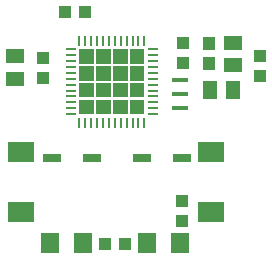
<source format=gbr>
G04 EAGLE Gerber RS-274X export*
G75*
%MOMM*%
%FSLAX34Y34*%
%LPD*%
%INSolderpaste Bottom*%
%IPPOS*%
%AMOC8*
5,1,8,0,0,1.08239X$1,22.5*%
G01*
%ADD10R,1.000000X1.100000*%
%ADD11R,1.500000X1.300000*%
%ADD12R,1.300000X1.500000*%
%ADD13R,1.100000X1.000000*%
%ADD14R,1.399997X0.400000*%
%ADD15R,0.812800X0.254000*%
%ADD16R,0.254000X0.812800*%
%ADD17R,2.200000X1.800000*%
%ADD18R,1.600000X1.803000*%
%ADD19R,1.600000X0.800000*%

G36*
X328948Y360062D02*
X328948Y360062D01*
X328950Y360062D01*
X328993Y360081D01*
X329037Y360100D01*
X329037Y360102D01*
X329039Y360103D01*
X329072Y360188D01*
X329072Y372412D01*
X329071Y372414D01*
X329072Y372416D01*
X329052Y372459D01*
X329034Y372502D01*
X329032Y372503D01*
X329031Y372505D01*
X328946Y372538D01*
X316722Y372538D01*
X316720Y372537D01*
X316718Y372538D01*
X316675Y372518D01*
X316631Y372500D01*
X316631Y372498D01*
X316629Y372497D01*
X316596Y372412D01*
X316596Y360188D01*
X316597Y360186D01*
X316596Y360184D01*
X316616Y360141D01*
X316634Y360097D01*
X316636Y360096D01*
X316637Y360094D01*
X316722Y360062D01*
X328946Y360062D01*
X328948Y360062D01*
G37*
G36*
X357396Y360062D02*
X357396Y360062D01*
X357398Y360062D01*
X357441Y360081D01*
X357485Y360100D01*
X357485Y360102D01*
X357487Y360103D01*
X357520Y360188D01*
X357520Y372412D01*
X357519Y372414D01*
X357520Y372416D01*
X357500Y372459D01*
X357482Y372502D01*
X357480Y372503D01*
X357479Y372505D01*
X357394Y372538D01*
X345170Y372538D01*
X345168Y372537D01*
X345166Y372538D01*
X345123Y372518D01*
X345079Y372500D01*
X345079Y372498D01*
X345077Y372497D01*
X345044Y372412D01*
X345044Y360188D01*
X345045Y360186D01*
X345044Y360184D01*
X345064Y360141D01*
X345082Y360097D01*
X345084Y360096D01*
X345085Y360094D01*
X345170Y360062D01*
X357394Y360062D01*
X357396Y360062D01*
G37*
G36*
X343172Y360062D02*
X343172Y360062D01*
X343174Y360062D01*
X343217Y360081D01*
X343261Y360100D01*
X343261Y360102D01*
X343263Y360103D01*
X343296Y360188D01*
X343296Y372412D01*
X343295Y372414D01*
X343296Y372416D01*
X343276Y372459D01*
X343258Y372502D01*
X343256Y372503D01*
X343255Y372505D01*
X343170Y372538D01*
X330946Y372538D01*
X330944Y372537D01*
X330942Y372538D01*
X330899Y372518D01*
X330855Y372500D01*
X330855Y372498D01*
X330853Y372497D01*
X330820Y372412D01*
X330820Y360188D01*
X330821Y360186D01*
X330820Y360184D01*
X330840Y360141D01*
X330858Y360097D01*
X330860Y360096D01*
X330861Y360094D01*
X330946Y360062D01*
X343170Y360062D01*
X343172Y360062D01*
G37*
G36*
X371620Y360062D02*
X371620Y360062D01*
X371622Y360062D01*
X371665Y360081D01*
X371709Y360100D01*
X371709Y360102D01*
X371711Y360103D01*
X371744Y360188D01*
X371744Y372412D01*
X371743Y372414D01*
X371744Y372416D01*
X371724Y372459D01*
X371706Y372502D01*
X371704Y372503D01*
X371703Y372505D01*
X371618Y372538D01*
X359394Y372538D01*
X359392Y372537D01*
X359390Y372538D01*
X359347Y372518D01*
X359303Y372500D01*
X359303Y372498D01*
X359301Y372497D01*
X359268Y372412D01*
X359268Y360188D01*
X359269Y360186D01*
X359268Y360184D01*
X359288Y360141D01*
X359306Y360097D01*
X359308Y360096D01*
X359309Y360094D01*
X359394Y360062D01*
X371618Y360062D01*
X371620Y360062D01*
G37*
G36*
X357396Y345838D02*
X357396Y345838D01*
X357398Y345838D01*
X357441Y345857D01*
X357485Y345876D01*
X357485Y345878D01*
X357487Y345879D01*
X357520Y345964D01*
X357520Y358188D01*
X357519Y358190D01*
X357520Y358192D01*
X357500Y358235D01*
X357482Y358278D01*
X357480Y358279D01*
X357479Y358281D01*
X357394Y358314D01*
X345170Y358314D01*
X345168Y358313D01*
X345166Y358314D01*
X345123Y358294D01*
X345079Y358276D01*
X345079Y358274D01*
X345077Y358273D01*
X345044Y358188D01*
X345044Y345964D01*
X345045Y345962D01*
X345044Y345960D01*
X345064Y345917D01*
X345082Y345873D01*
X345084Y345872D01*
X345085Y345870D01*
X345170Y345838D01*
X357394Y345838D01*
X357396Y345838D01*
G37*
G36*
X328948Y345838D02*
X328948Y345838D01*
X328950Y345838D01*
X328993Y345857D01*
X329037Y345876D01*
X329037Y345878D01*
X329039Y345879D01*
X329072Y345964D01*
X329072Y358188D01*
X329071Y358190D01*
X329072Y358192D01*
X329052Y358235D01*
X329034Y358278D01*
X329032Y358279D01*
X329031Y358281D01*
X328946Y358314D01*
X316722Y358314D01*
X316720Y358313D01*
X316718Y358314D01*
X316675Y358294D01*
X316631Y358276D01*
X316631Y358274D01*
X316629Y358273D01*
X316596Y358188D01*
X316596Y345964D01*
X316597Y345962D01*
X316596Y345960D01*
X316616Y345917D01*
X316634Y345873D01*
X316636Y345872D01*
X316637Y345870D01*
X316722Y345838D01*
X328946Y345838D01*
X328948Y345838D01*
G37*
G36*
X343172Y345838D02*
X343172Y345838D01*
X343174Y345838D01*
X343217Y345857D01*
X343261Y345876D01*
X343261Y345878D01*
X343263Y345879D01*
X343296Y345964D01*
X343296Y358188D01*
X343295Y358190D01*
X343296Y358192D01*
X343276Y358235D01*
X343258Y358278D01*
X343256Y358279D01*
X343255Y358281D01*
X343170Y358314D01*
X330946Y358314D01*
X330944Y358313D01*
X330942Y358314D01*
X330899Y358294D01*
X330855Y358276D01*
X330855Y358274D01*
X330853Y358273D01*
X330820Y358188D01*
X330820Y345964D01*
X330821Y345962D01*
X330820Y345960D01*
X330840Y345917D01*
X330858Y345873D01*
X330860Y345872D01*
X330861Y345870D01*
X330946Y345838D01*
X343170Y345838D01*
X343172Y345838D01*
G37*
G36*
X371620Y345838D02*
X371620Y345838D01*
X371622Y345838D01*
X371665Y345857D01*
X371709Y345876D01*
X371709Y345878D01*
X371711Y345879D01*
X371744Y345964D01*
X371744Y358188D01*
X371743Y358190D01*
X371744Y358192D01*
X371724Y358235D01*
X371706Y358278D01*
X371704Y358279D01*
X371703Y358281D01*
X371618Y358314D01*
X359394Y358314D01*
X359392Y358313D01*
X359390Y358314D01*
X359347Y358294D01*
X359303Y358276D01*
X359303Y358274D01*
X359301Y358273D01*
X359268Y358188D01*
X359268Y345964D01*
X359269Y345962D01*
X359268Y345960D01*
X359288Y345917D01*
X359306Y345873D01*
X359308Y345872D01*
X359309Y345870D01*
X359394Y345838D01*
X371618Y345838D01*
X371620Y345838D01*
G37*
G36*
X328948Y331614D02*
X328948Y331614D01*
X328950Y331614D01*
X328993Y331633D01*
X329037Y331652D01*
X329037Y331654D01*
X329039Y331655D01*
X329072Y331740D01*
X329072Y343964D01*
X329071Y343966D01*
X329072Y343968D01*
X329052Y344011D01*
X329034Y344054D01*
X329032Y344055D01*
X329031Y344057D01*
X328946Y344090D01*
X316722Y344090D01*
X316720Y344089D01*
X316718Y344090D01*
X316675Y344070D01*
X316631Y344052D01*
X316631Y344050D01*
X316629Y344049D01*
X316596Y343964D01*
X316596Y331740D01*
X316597Y331738D01*
X316596Y331736D01*
X316616Y331693D01*
X316634Y331649D01*
X316636Y331648D01*
X316637Y331646D01*
X316722Y331614D01*
X328946Y331614D01*
X328948Y331614D01*
G37*
G36*
X357396Y331614D02*
X357396Y331614D01*
X357398Y331614D01*
X357441Y331633D01*
X357485Y331652D01*
X357485Y331654D01*
X357487Y331655D01*
X357520Y331740D01*
X357520Y343964D01*
X357519Y343966D01*
X357520Y343968D01*
X357500Y344011D01*
X357482Y344054D01*
X357480Y344055D01*
X357479Y344057D01*
X357394Y344090D01*
X345170Y344090D01*
X345168Y344089D01*
X345166Y344090D01*
X345123Y344070D01*
X345079Y344052D01*
X345079Y344050D01*
X345077Y344049D01*
X345044Y343964D01*
X345044Y331740D01*
X345045Y331738D01*
X345044Y331736D01*
X345064Y331693D01*
X345082Y331649D01*
X345084Y331648D01*
X345085Y331646D01*
X345170Y331614D01*
X357394Y331614D01*
X357396Y331614D01*
G37*
G36*
X343172Y331614D02*
X343172Y331614D01*
X343174Y331614D01*
X343217Y331633D01*
X343261Y331652D01*
X343261Y331654D01*
X343263Y331655D01*
X343296Y331740D01*
X343296Y343964D01*
X343295Y343966D01*
X343296Y343968D01*
X343276Y344011D01*
X343258Y344054D01*
X343256Y344055D01*
X343255Y344057D01*
X343170Y344090D01*
X330946Y344090D01*
X330944Y344089D01*
X330942Y344090D01*
X330899Y344070D01*
X330855Y344052D01*
X330855Y344050D01*
X330853Y344049D01*
X330820Y343964D01*
X330820Y331740D01*
X330821Y331738D01*
X330820Y331736D01*
X330840Y331693D01*
X330858Y331649D01*
X330860Y331648D01*
X330861Y331646D01*
X330946Y331614D01*
X343170Y331614D01*
X343172Y331614D01*
G37*
G36*
X371620Y331614D02*
X371620Y331614D01*
X371622Y331614D01*
X371665Y331633D01*
X371709Y331652D01*
X371709Y331654D01*
X371711Y331655D01*
X371744Y331740D01*
X371744Y343964D01*
X371743Y343966D01*
X371744Y343968D01*
X371724Y344011D01*
X371706Y344054D01*
X371704Y344055D01*
X371703Y344057D01*
X371618Y344090D01*
X359394Y344090D01*
X359392Y344089D01*
X359390Y344090D01*
X359347Y344070D01*
X359303Y344052D01*
X359303Y344050D01*
X359301Y344049D01*
X359268Y343964D01*
X359268Y331740D01*
X359269Y331738D01*
X359268Y331736D01*
X359288Y331693D01*
X359306Y331649D01*
X359308Y331648D01*
X359309Y331646D01*
X359394Y331614D01*
X371618Y331614D01*
X371620Y331614D01*
G37*
G36*
X343172Y317390D02*
X343172Y317390D01*
X343174Y317390D01*
X343217Y317409D01*
X343261Y317428D01*
X343261Y317430D01*
X343263Y317431D01*
X343296Y317516D01*
X343296Y329740D01*
X343295Y329742D01*
X343296Y329744D01*
X343276Y329787D01*
X343258Y329830D01*
X343256Y329831D01*
X343255Y329833D01*
X343170Y329866D01*
X330946Y329866D01*
X330944Y329865D01*
X330942Y329866D01*
X330899Y329846D01*
X330855Y329828D01*
X330855Y329826D01*
X330853Y329825D01*
X330820Y329740D01*
X330820Y317516D01*
X330821Y317514D01*
X330820Y317512D01*
X330840Y317469D01*
X330858Y317425D01*
X330860Y317424D01*
X330861Y317422D01*
X330946Y317390D01*
X343170Y317390D01*
X343172Y317390D01*
G37*
G36*
X357396Y317390D02*
X357396Y317390D01*
X357398Y317390D01*
X357441Y317409D01*
X357485Y317428D01*
X357485Y317430D01*
X357487Y317431D01*
X357520Y317516D01*
X357520Y329740D01*
X357519Y329742D01*
X357520Y329744D01*
X357500Y329787D01*
X357482Y329830D01*
X357480Y329831D01*
X357479Y329833D01*
X357394Y329866D01*
X345170Y329866D01*
X345168Y329865D01*
X345166Y329866D01*
X345123Y329846D01*
X345079Y329828D01*
X345079Y329826D01*
X345077Y329825D01*
X345044Y329740D01*
X345044Y317516D01*
X345045Y317514D01*
X345044Y317512D01*
X345064Y317469D01*
X345082Y317425D01*
X345084Y317424D01*
X345085Y317422D01*
X345170Y317390D01*
X357394Y317390D01*
X357396Y317390D01*
G37*
G36*
X371620Y317390D02*
X371620Y317390D01*
X371622Y317390D01*
X371665Y317409D01*
X371709Y317428D01*
X371709Y317430D01*
X371711Y317431D01*
X371744Y317516D01*
X371744Y329740D01*
X371743Y329742D01*
X371744Y329744D01*
X371724Y329787D01*
X371706Y329830D01*
X371704Y329831D01*
X371703Y329833D01*
X371618Y329866D01*
X359394Y329866D01*
X359392Y329865D01*
X359390Y329866D01*
X359347Y329846D01*
X359303Y329828D01*
X359303Y329826D01*
X359301Y329825D01*
X359268Y329740D01*
X359268Y317516D01*
X359269Y317514D01*
X359268Y317512D01*
X359288Y317469D01*
X359306Y317425D01*
X359308Y317424D01*
X359309Y317422D01*
X359394Y317390D01*
X371618Y317390D01*
X371620Y317390D01*
G37*
G36*
X328948Y317390D02*
X328948Y317390D01*
X328950Y317390D01*
X328993Y317409D01*
X329037Y317428D01*
X329037Y317430D01*
X329039Y317431D01*
X329072Y317516D01*
X329072Y329740D01*
X329071Y329742D01*
X329072Y329744D01*
X329052Y329787D01*
X329034Y329830D01*
X329032Y329831D01*
X329031Y329833D01*
X328946Y329866D01*
X316722Y329866D01*
X316720Y329865D01*
X316718Y329866D01*
X316675Y329846D01*
X316631Y329828D01*
X316631Y329826D01*
X316629Y329825D01*
X316596Y329740D01*
X316596Y317516D01*
X316597Y317514D01*
X316596Y317512D01*
X316616Y317469D01*
X316634Y317425D01*
X316636Y317424D01*
X316637Y317422D01*
X316722Y317390D01*
X328946Y317390D01*
X328948Y317390D01*
G37*
D10*
X469396Y349677D03*
X469396Y366677D03*
D11*
X446523Y378155D03*
X446523Y359155D03*
D10*
X321484Y403868D03*
X304484Y403868D03*
D12*
X446402Y338325D03*
X427402Y338325D03*
D11*
X262443Y347455D03*
X262443Y366455D03*
D10*
X404264Y377488D03*
X404264Y360488D03*
D13*
G36*
X421460Y371769D02*
X421383Y382767D01*
X431382Y382837D01*
X431459Y371839D01*
X421460Y371769D01*
G37*
G36*
X421578Y354769D02*
X421501Y365767D01*
X431500Y365837D01*
X431577Y354839D01*
X421578Y354769D01*
G37*
D10*
X285633Y348064D03*
X285633Y365064D03*
X355423Y207858D03*
X338423Y207858D03*
D14*
X401796Y322486D03*
X401796Y334486D03*
X401796Y346486D03*
D15*
X378714Y372471D03*
X378714Y367470D03*
X378714Y362468D03*
X378714Y357467D03*
X378714Y352466D03*
X378714Y347465D03*
X378714Y342463D03*
X378714Y337462D03*
X378714Y332461D03*
X378714Y327460D03*
X378714Y322458D03*
X378714Y317457D03*
D16*
X371677Y310420D03*
X366676Y310420D03*
X361674Y310420D03*
X356673Y310420D03*
X351672Y310420D03*
X346671Y310420D03*
X341669Y310420D03*
X336668Y310420D03*
X331667Y310420D03*
X326666Y310420D03*
X321664Y310420D03*
X316663Y310420D03*
D15*
X309626Y317457D03*
X309626Y322458D03*
X309626Y327460D03*
X309626Y332461D03*
X309626Y337462D03*
X309626Y342463D03*
X309626Y347465D03*
X309626Y352466D03*
X309626Y357467D03*
X309626Y362468D03*
X309626Y367470D03*
X309626Y372471D03*
D16*
X316663Y379508D03*
X321664Y379508D03*
X326666Y379508D03*
X331667Y379508D03*
X336668Y379508D03*
X341669Y379508D03*
X346671Y379508D03*
X351672Y379508D03*
X356673Y379508D03*
X361674Y379508D03*
X366676Y379508D03*
X371677Y379508D03*
D17*
X427704Y234469D03*
X427704Y285469D03*
D18*
X402173Y208502D03*
X373733Y208502D03*
X291621Y208280D03*
X320061Y208280D03*
D13*
X403530Y226882D03*
X403530Y243882D03*
D17*
X267640Y285278D03*
X267640Y234278D03*
D19*
X403480Y280308D03*
X369480Y280308D03*
X327344Y280257D03*
X293344Y280257D03*
M02*

</source>
